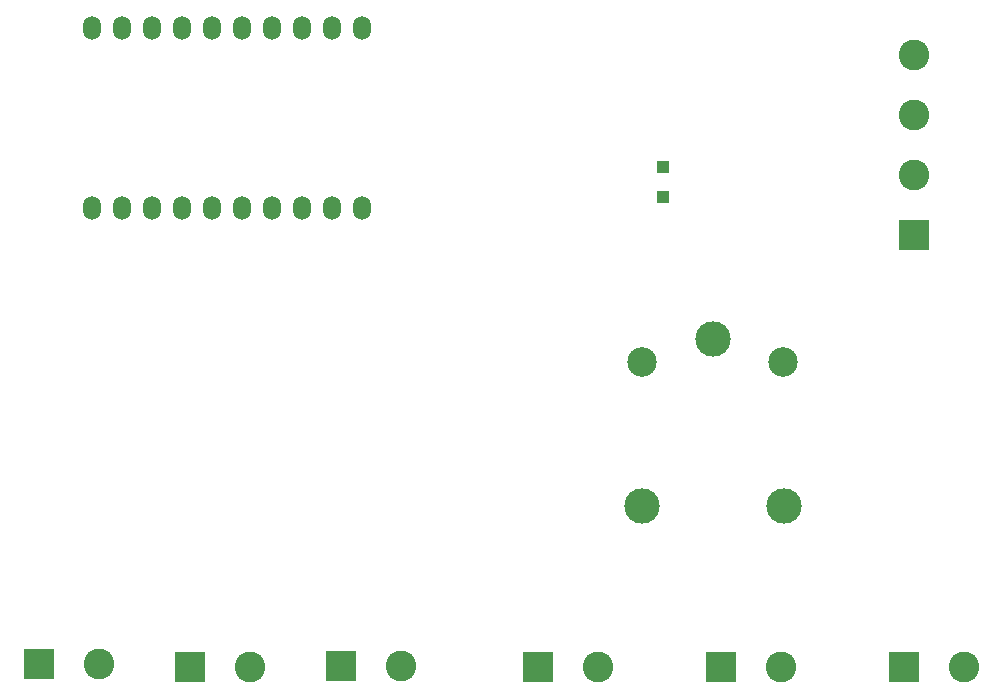
<source format=gbs>
%TF.GenerationSoftware,KiCad,Pcbnew,(6.0.9)*%
%TF.CreationDate,2023-01-04T20:05:15-05:00*%
%TF.ProjectId,Hardware-TinyPicoLoRaTrailer,48617264-7761-4726-952d-54696e795069,rev?*%
%TF.SameCoordinates,Original*%
%TF.FileFunction,Soldermask,Bot*%
%TF.FilePolarity,Negative*%
%FSLAX46Y46*%
G04 Gerber Fmt 4.6, Leading zero omitted, Abs format (unit mm)*
G04 Created by KiCad (PCBNEW (6.0.9)) date 2023-01-04 20:05:15*
%MOMM*%
%LPD*%
G01*
G04 APERTURE LIST*
%ADD10R,2.600000X2.600000*%
%ADD11C,2.600000*%
%ADD12O,1.524000X2.000000*%
%ADD13C,3.000000*%
%ADD14C,2.500000*%
%ADD15R,1.000000X1.000000*%
G04 APERTURE END LIST*
D10*
X136705000Y-126805000D03*
D11*
X141785000Y-126805000D03*
D12*
X67902500Y-87985000D03*
X70442500Y-87985000D03*
X72982500Y-87985000D03*
X75522500Y-87985000D03*
X78062500Y-87985000D03*
X80602500Y-87985000D03*
X83142500Y-87985000D03*
X85682500Y-87985000D03*
X88222500Y-87985000D03*
X90762500Y-87985000D03*
X90762500Y-72745000D03*
X88222500Y-72745000D03*
X85682500Y-72745000D03*
X83142500Y-72745000D03*
X80602500Y-72745000D03*
X78062500Y-72745000D03*
X75522500Y-72745000D03*
X72982500Y-72745000D03*
X70442500Y-72745000D03*
X67902500Y-72745000D03*
D10*
X121205000Y-126805000D03*
D11*
X126285000Y-126805000D03*
D10*
X137500000Y-90250000D03*
D11*
X137500000Y-85170000D03*
X137500000Y-80090000D03*
X137500000Y-75010000D03*
D10*
X105705000Y-126805000D03*
D11*
X110785000Y-126805000D03*
D13*
X120500000Y-99000000D03*
D14*
X114450000Y-100950000D03*
D13*
X114450000Y-113150000D03*
X126500000Y-113200000D03*
D14*
X126450000Y-100950000D03*
D15*
X116250000Y-87000000D03*
D10*
X76205000Y-126805000D03*
D11*
X81285000Y-126805000D03*
D10*
X89000000Y-126750000D03*
D11*
X94080000Y-126750000D03*
D15*
X116250000Y-84500000D03*
D10*
X63455000Y-126555000D03*
D11*
X68535000Y-126555000D03*
M02*

</source>
